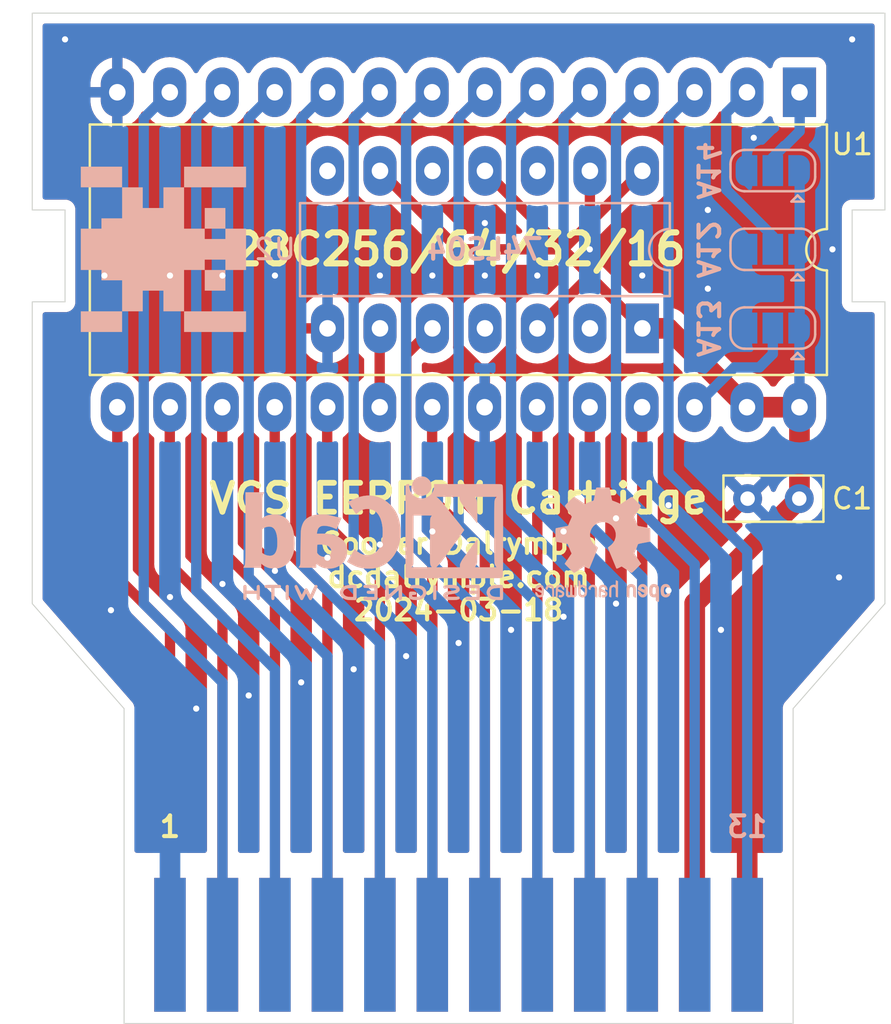
<source format=kicad_pcb>
(kicad_pcb (version 20221018) (generator pcbnew)
  (layers (0 "F.Cu" signal) (31 "B.Cu" signal) (34 "B.Paste" user) (35 "F.Paste" user) (36 "B.SilkS" user "B.Silkscreen") (37 "F.SilkS" user "F.Silkscreen") (38 "B.Mask" user) (39 "F.Mask" user) (44 "Edge.Cuts" user))
  (net 0 "")
  (net 1 "+5V")
  (net 2 "GND")
  (net 3 "/D3")
  (net 4 "/D4")
  (net 5 "/D5")
  (net 6 "/D6")
  (net 7 "/D7")
  (net 8 "/A12")
  (net 9 "/A10")
  (net 10 "/A11")
  (net 11 "/A9")
  (net 12 "/A8")
  (net 13 "/A7")
  (net 14 "/A6")
  (net 15 "/A5")
  (net 16 "/A4")
  (net 17 "/A3")
  (net 18 "/A2")
  (net 19 "/A1")
  (net 20 "/A0")
  (net 21 "/D0")
  (net 22 "/D1")
  (net 23 "/D2")
  (net 24 "Net-(U1-~{CS})")
  (net 30 "/~A12")
  (net 31 "/~A13")
  (net 32 "/~A14")
  (footprint "Package_DIP:DIP-28_W15.24mm_LongPads" (layer "F.Cu") (at 156.2 75.585 -90)
    (fp_text reference "U1" (at 2.52 -2.55 -180) (layer "F.SilkS"))
    (fp_text value "28C256")
    (pad "1" thru_hole rect (at 0 0 270) (size 2.4 1.6) (drill 0.8) (layers "*.Cu" "*.Mask") (net 32 "/~A14"))
    (pad "2" thru_hole oval (at 0 2.54 270) (size 2.4 1.6) (drill 0.8) (layers "*.Cu" "*.Mask") (net 30 "/~A12"))
    (pad "3" thru_hole oval (at 0 5.08 270) (size 2.4 1.6) (drill 0.8) (layers "*.Cu" "*.Mask") (net 13 "/A7"))
    (pad "4" thru_hole oval (at 0 7.62 270) (size 2.4 1.6) (drill 0.8) (layers "*.Cu" "*.Mask") (net 14 "/A6"))
    (pad "5" thru_hole oval (at 0 10.16 270) (size 2.4 1.6) (drill 0.8) (layers "*.Cu" "*.Mask") (net 15 "/A5"))
    (pad "6" thru_hole oval (at 0 12.7 270) (size 2.4 1.6) (drill 0.8) (layers "*.Cu" "*.Mask") (net 16 "/A4"))
    (pad "7" thru_hole oval (at 0 15.24 270) (size 2.4 1.6) (drill 0.8) (layers "*.Cu" "*.Mask") (net 17 "/A3"))
    (pad "8" thru_hole oval (at 0 17.78 270) (size 2.4 1.6) (drill 0.8) (layers "*.Cu" "*.Mask") (net 18 "/A2"))
    (pad "9" thru_hole oval (at 0 20.32 270) (size 2.4 1.6) (drill 0.8) (layers "*.Cu" "*.Mask") (net 19 "/A1"))
    (pad "10" thru_hole oval (at 0 22.86 270) (size 2.4 1.6) (drill 0.8) (layers "*.Cu" "*.Mask") (net 20 "/A0"))
    (pad "11" thru_hole oval (at 0 25.4 270) (size 2.4 1.6) (drill 0.8) (layers "*.Cu" "*.Mask") (net 21 "/D0"))
    (pad "12" thru_hole oval (at 0 27.94 270) (size 2.4 1.6) (drill 0.8) (layers "*.Cu" "*.Mask") (net 22 "/D1"))
    (pad "13" thru_hole oval (at 0 30.48 270) (size 2.4 1.6) (drill 0.8) (layers "*.Cu" "*.Mask") (net 23 "/D2"))
    (pad "14" thru_hole oval (at 0 33.02 270) (size 2.4 1.6) (drill 0.8) (layers "*.Cu" "*.Mask") (net 2 "GND"))
    (pad "15" thru_hole oval (at 15.24 33.02 270) (size 2.4 1.6) (drill 0.8) (layers "*.Cu" "*.Mask") (net 3 "/D3"))
    (pad "16" thru_hole oval (at 15.24 30.48 270) (size 2.4 1.6) (drill 0.8) (layers "*.Cu" "*.Mask") (net 4 "/D4"))
    (pad "17" thru_hole oval (at 15.24 27.94 270) (size 2.4 1.6) (drill 0.8) (layers "*.Cu" "*.Mask") (net 5 "/D5"))
    (pad "18" thru_hole oval (at 15.24 25.4 270) (size 2.4 1.6) (drill 0.8) (layers "*.Cu" "*.Mask") (net 6 "/D6"))
    (pad "19" thru_hole oval (at 15.24 22.86 270) (size 2.4 1.6) (drill 0.8) (layers "*.Cu" "*.Mask") (net 7 "/D7"))
    (pad "20" thru_hole oval (at 15.24 20.32 270) (size 2.4 1.6) (drill 0.8) (layers "*.Cu" "*.Mask") (net 24 "Net-(U1-~{CS})"))
    (pad "21" thru_hole oval (at 15.24 17.78 270) (size 2.4 1.6) (drill 0.8) (layers "*.Cu" "*.Mask") (net 9 "/A10"))
    (pad "22" thru_hole oval (at 15.24 15.24 270) (size 2.4 1.6) (drill 0.8) (layers "*.Cu" "*.Mask") (net 2 "GND"))
    (pad "23" thru_hole oval (at 15.24 12.7 270) (size 2.4 1.6) (drill 0.8) (layers "*.Cu" "*.Mask") (net 10 "/A11"))
    (pad "24" thru_hole oval (at 15.24 10.16 270) (size 2.4 1.6) (drill 0.8) (layers "*.Cu" "*.Mask") (net 11 "/A9"))
    (pad "25" thru_hole oval (at 15.24 7.62 270) (size 2.4 1.6) (drill 0.8) (layers "*.Cu" "*.Mask") (net 12 "/A8"))
    (pad "26" thru_hole oval (at 15.24 5.08 270) (size 2.4 1.6) (drill 0.8) (layers "*.Cu" "*.Mask") (net 31 "/~A13"))
    (pad "27" thru_hole oval (at 15.24 2.54 270) (size 2.4 1.6) (drill 0.8) (layers "*.Cu" "*.Mask") (net 1 "+5V"))
    (pad "28" thru_hole oval (at 15.24 0 270) (size 2.4 1.6) (drill 0.8) (layers "*.Cu" "*.Mask") (net 1 "+5V"))
  )
  (footprint "Capacitor_THT:C_Rect_L4.6mm_W2.0mm_P2.50mm_MKS02_FKP02" (layer "F.Cu") (at 156.19 95.25 180)
    (fp_text reference "C1" (at -2.56 0) (layer "F.SilkS"))
    (fp_text value "0.1u")
    (pad "1" thru_hole circle (at 0 0 180) (size 1.4 1.4) (drill 0.7) (layers "*.Cu" "*.Mask") (net 1 "+5V"))
    (pad "2" thru_hole circle (at 2.5 0 180) (size 1.4 1.4) (drill 0.7) (layers "*.Cu" "*.Mask") (net 2 "GND"))
  )
  (footprint "vcs-cartridge:ATARI_VCS_CARD_EDGE" (layer "F.Cu") (at 139.7 116.84)
    (fp_text reference "J1" hide)
    (fp_text value "ATARI_VCS_CARD_EDGE")
    (pad "1" connect rect (at -13.97 0) (size 1.524 6.477) (layers "F.Cu" "F.Mask") (net 3 "/D3"))
    (pad "2" connect rect (at -11.43 0) (size 1.524 6.477) (layers "F.Cu" "F.Mask") (net 4 "/D4"))
    (pad "3" connect rect (at -8.89 0) (size 1.524 6.477) (layers "F.Cu" "F.Mask") (net 5 "/D5"))
    (pad "4" connect rect (at -6.35 0) (size 1.524 6.477) (layers "F.Cu" "F.Mask") (net 6 "/D6"))
    (pad "5" connect rect (at -3.81 0) (size 1.524 6.477) (layers "F.Cu" "F.Mask") (net 7 "/D7"))
    (pad "6" connect rect (at -1.27 0) (size 1.524 6.477) (layers "F.Cu" "F.Mask") (net 8 "/A12"))
    (pad "7" connect rect (at 1.27 0) (size 1.524 6.477) (layers "F.Cu" "F.Mask") (net 9 "/A10"))
    (pad "8" connect rect (at 3.81 0) (size 1.524 6.477) (layers "F.Cu" "F.Mask") (net 10 "/A11"))
    (pad "9" connect rect (at 6.35 0) (size 1.524 6.477) (layers "F.Cu" "F.Mask") (net 11 "/A9"))
    (pad "10" connect rect (at 8.89 0) (size 1.524 6.477) (layers "F.Cu" "F.Mask") (net 12 "/A8"))
    (pad "11" connect rect (at 11.43 0) (size 1.524 6.477) (layers "F.Cu" "F.Mask") (net 1 "+5V"))
    (pad "12" connect rect (at 13.97 0) (size 1.524 6.477) (layers "F.Cu" "F.Mask") (net 2 "GND"))
    (pad "13" connect rect (at 13.97 0) (size 1.524 6.477) (layers "B.Cu" "B.Mask") (net 13 "/A7"))
    (pad "14" connect rect (at 11.43 0) (size 1.524 6.477) (layers "B.Cu" "B.Mask") (net 14 "/A6"))
    (pad "15" connect rect (at 8.89 0) (size 1.524 6.477) (layers "B.Cu" "B.Mask") (net 15 "/A5"))
    (pad "16" connect rect (at 6.35 0) (size 1.524 6.477) (layers "B.Cu" "B.Mask") (net 16 "/A4"))
    (pad "17" connect rect (at 3.81 0) (size 1.524 6.477) (layers "B.Cu" "B.Mask") (net 17 "/A3"))
    (pad "18" connect rect (at 1.27 0) (size 1.524 6.477) (layers "B.Cu" "B.Mask") (net 18 "/A2"))
    (pad "19" connect rect (at -1.27 0) (size 1.524 6.477) (layers "B.Cu" "B.Mask") (net 19 "/A1"))
    (pad "20" connect rect (at -3.81 0) (size 1.524 6.477) (layers "B.Cu" "B.Mask") (net 20 "/A0"))
    (pad "21" connect rect (at -6.35 0) (size 1.524 6.477) (layers "B.Cu" "B.Mask") (net 21 "/D0"))
    (pad "22" connect rect (at -8.89 0) (size 1.524 6.477) (layers "B.Cu" "B.Mask") (net 22 "/D1"))
    (pad "23" connect rect (at -11.43 0) (size 1.524 6.477) (layers "B.Cu" "B.Mask") (net 23 "/D2"))
    (pad "24" connect rect (at -13.97 0) (size 1.524 6.477) (layers "B.Cu" "B.Mask") (net 2 "GND"))
  )
  (footprint "Symbol:KiCad-Logo2_5mm_SilkScreen" (layer "B.Cu") (at 135.5725 97.155 180)
    (fp_text reference "REF**" hide)
    (fp_text value "KiCad-Logo2_5mm_SilkScreen" hide)
  )
  (footprint "vcs-cartridge:ICON_PLAYER-8mm" (layer "B.Cu") (at 125.4125 83.185)
    (fp_text reference "REF**" hide)
    (fp_text value "ICON_PLAYER-16mm")
  )
  (footprint "Jumper:SolderJumper-3_P1.3mm_Open_RoundedPad1.0x1.5mm" (layer "B.Cu") (at 154.91 83.185 180)
    (fp_text reference "JP1" hide)
    (fp_text value "A12")
    (pad "1" smd custom (at -1.3 0 180) (size 1 0.5) (layers "B.Cu" "B.Mask") (net 1 "+5V") (options (clearance outline) (anchor rect)) (primitives (gr_circle (center 0 -0.25) (end 0.5 -0.25) (width 0) (fill yes)) (gr_circle (center 0 0.25) (end 0.5 0.25) (width 0) (fill yes)) (gr_poly (pts (xy 0.55 -0.75) (xy 0 -0.75) (xy 0 0.75) (xy 0.55 0.75)) (width 0) (fill yes))))
    (pad "2" smd rect (at 0 0 180) (size 1 1.5) (layers "B.Cu" "B.Mask") (net 30 "/~A12"))
    (pad "3" smd custom (at 1.3 0 180) (size 1 0.5) (layers "B.Cu" "B.Mask") (net 2 "GND") (options (clearance outline) (anchor rect)) (primitives (gr_circle (center 0 -0.25) (end 0.5 -0.25) (width 0) (fill yes)) (gr_circle (center 0 0.25) (end 0.5 0.25) (width 0) (fill yes)) (gr_poly (pts (xy 0 -0.75) (xy -0.55 -0.75) (xy -0.55 0.75) (xy 0 0.75)) (width 0) (fill yes))))
  )
  (footprint "Jumper:SolderJumper-3_P1.3mm_Open_RoundedPad1.0x1.5mm" (layer "B.Cu") (at 154.91 86.995 180)
    (fp_text reference "JP2" hide)
    (fp_text value "A13")
    (pad "1" smd custom (at -1.3 0 180) (size 1 0.5) (layers "B.Cu" "B.Mask") (net 1 "+5V") (options (clearance outline) (anchor rect)) (primitives (gr_circle (center 0 -0.25) (end 0.5 -0.25) (width 0) (fill yes)) (gr_circle (center 0 0.25) (end 0.5 0.25) (width 0) (fill yes)) (gr_poly (pts (xy 0.55 -0.75) (xy 0 -0.75) (xy 0 0.75) (xy 0.55 0.75)) (width 0) (fill yes))))
    (pad "2" smd rect (at 0 0 180) (size 1 1.5) (layers "B.Cu" "B.Mask") (net 31 "/~A13"))
    (pad "3" smd custom (at 1.3 0 180) (size 1 0.5) (layers "B.Cu" "B.Mask") (net 2 "GND") (options (clearance outline) (anchor rect)) (primitives (gr_circle (center 0 -0.25) (end 0.5 -0.25) (width 0) (fill yes)) (gr_circle (center 0 0.25) (end 0.5 0.25) (width 0) (fill yes)) (gr_poly (pts (xy 0 -0.75) (xy -0.55 -0.75) (xy -0.55 0.75) (xy 0 0.75)) (width 0) (fill yes))))
  )
  (footprint "Symbol:OSHW-Logo2_7.3x6mm_SilkScreen" (layer "B.Cu") (at 146.685 97.4725 180)
    (fp_text reference "REF**" hide)
    (fp_text value "OSHW-Logo2_7.3x6mm_SilkScreen" hide)
  )
  (footprint "Jumper:SolderJumper-3_P1.3mm_Open_RoundedPad1.0x1.5mm" (layer "B.Cu") (at 154.91 79.375 180)
    (fp_text reference "JP3" hide)
    (fp_text value "A14")
    (pad "1" smd custom (at -1.3 0 180) (size 1 0.5) (layers "B.Cu" "B.Mask") (net 1 "+5V") (options (clearance outline) (anchor rect)) (primitives (gr_circle (center 0 -0.25) (end 0.5 -0.25) (width 0) (fill yes)) (gr_circle (center 0 0.25) (end 0.5 0.25) (width 0) (fill yes)) (gr_poly (pts (xy 0.55 -0.75) (xy 0 -0.75) (xy 0 0.75) (xy 0.55 0.75)) (width 0) (fill yes))))
    (pad "2" smd rect (at 0 0 180) (size 1 1.5) (layers "B.Cu" "B.Mask") (net 32 "/~A14"))
    (pad "3" smd custom (at 1.3 0 180) (size 1 0.5) (layers "B.Cu" "B.Mask") (net 2 "GND") (options (clearance outline) (anchor rect)) (primitives (gr_circle (center 0 -0.25) (end 0.5 -0.25) (width 0) (fill yes)) (gr_circle (center 0 0.25) (end 0.5 0.25) (width 0) (fill yes)) (gr_poly (pts (xy 0 -0.75) (xy -0.55 -0.75) (xy -0.55 0.75) (xy 0 0.75)) (width 0) (fill yes))))
  )
  (footprint "Package_DIP:DIP-14_W7.62mm_LongPads" (layer "B.Cu") (at 148.595 87.01 90)
    (fp_text reference "U2" (at 3.825 -17.785 180) (layer "B.SilkS") (effects (justify mirror)))
    (fp_text value "74LS04")
    (pad "1" thru_hole rect (at 0 0 90) (size 2.4 1.6) (drill 0.8) (layers "*.Cu" "*.Mask") (net 1 "+5V"))
    (pad "2" thru_hole oval (at 0 -2.54 90) (size 2.4 1.6) (drill 0.8) (layers "*.Cu" "*.Mask"))
    (pad "3" thru_hole oval (at 0 -5.08 90) (size 2.4 1.6) (drill 0.8) (layers "*.Cu" "*.Mask") (net 1 "+5V"))
    (pad "4" thru_hole oval (at 0 -7.62 90) (size 2.4 1.6) (drill 0.8) (layers "*.Cu" "*.Mask"))
    (pad "5" thru_hole oval (at 0 -10.16 90) (size 2.4 1.6) (drill 0.8) (layers "*.Cu" "*.Mask") (net 8 "/A12"))
    (pad "6" thru_hole oval (at 0 -12.7 90) (size 2.4 1.6) (drill 0.8) (layers "*.Cu" "*.Mask") (net 24 "Net-(U1-~{CS})"))
    (pad "7" thru_hole oval (at 0 -15.24 90) (size 2.4 1.6) (drill 0.8) (layers "*.Cu" "*.Mask") (net 2 "GND"))
    (pad "8" thru_hole oval (at 7.62 -15.24 90) (size 2.4 1.6) (drill 0.8) (layers "*.Cu" "*.Mask"))
    (pad "9" thru_hole oval (at 7.62 -12.7 90) (size 2.4 1.6) (drill 0.8) (layers "*.Cu" "*.Mask") (net 1 "+5V"))
    (pad "10" thru_hole oval (at 7.62 -10.16 90) (size 2.4 1.6) (drill 0.8) (layers "*.Cu" "*.Mask"))
    (pad "11" thru_hole oval (at 7.62 -7.62 90) (size 2.4 1.6) (drill 0.8) (layers "*.Cu" "*.Mask") (net 1 "+5V"))
    (pad "12" thru_hole oval (at 7.62 -5.08 90) (size 2.4 1.6) (drill 0.8) (layers "*.Cu" "*.Mask"))
    (pad "13" thru_hole oval (at 7.62 -2.54 90) (size 2.4 1.6) (drill 0.8) (layers "*.Cu" "*.Mask") (net 1 "+5V"))
    (pad "14" thru_hole oval (at 7.62 0 90) (size 2.4 1.6) (drill 0.8) (layers "*.Cu" "*.Mask") (net 1 "+5V"))
  )
  (gr_line (start 120.65 81.28) (end 120.65 85.725) (stroke (width 0.05)) (layer "Edge.Cuts"))
  (gr_line (start 158.75 81.28) (end 160.3375 81.2805) (stroke (width 0.05)) (layer "Edge.Cuts"))
  (gr_line (start 119.0625 81.2805) (end 119.0625 71.755) (stroke (width 0.05)) (layer "Edge.Cuts"))
  (gr_line (start 160.3375 100.33) (end 160.3375 85.725) (stroke (width 0.05)) (layer "Edge.Cuts"))
  (gr_line (start 123.5075 120.65) (end 155.8925 120.65) (stroke (width 0.05)) (layer "Edge.Cuts"))
  (gr_line (start 119.0625 81.2805) (end 120.65 81.28) (stroke (width 0.05)) (layer "Edge.Cuts"))
  (gr_line (start 123.5075 105.41) (end 123.5075 120.65) (stroke (width 0.05)) (layer "Edge.Cuts"))
  (gr_line (start 160.3375 85.725) (end 158.75 85.725) (stroke (width 0.05)) (layer "Edge.Cuts"))
  (gr_line (start 119.0625 100.33) (end 123.5075 105.41) (stroke (width 0.05)) (layer "Edge.Cuts"))
  (gr_line (start 155.8925 105.41) (end 160.3375 100.33) (stroke (width 0.05)) (layer "Edge.Cuts"))
  (gr_line (start 119.0625 85.725) (end 119.0625 100.33) (stroke (width 0.05)) (layer "Edge.Cuts"))
  (gr_line (start 120.65 85.725) (end 119.0625 85.725) (stroke (width 0.05)) (layer "Edge.Cuts"))
  (gr_line (start 158.75 85.725) (end 158.75 81.28) (stroke (width 0.05)) (layer "Edge.Cuts"))
  (gr_line (start 155.8925 120.65) (end 155.8925 105.41) (stroke (width 0.05)) (layer "Edge.Cuts"))
  (gr_line (start 160.3375 81.2805) (end 160.3375 71.755) (stroke (width 0.05)) (layer "Edge.Cuts"))
  (gr_line (start 119.0625 71.755) (end 160.3375 71.755) (stroke (width 0.05)) (layer "Edge.Cuts"))
  (gr_text "74LS04" (at 140.97 83.185) (layer "B.SilkS") (effects (font (size 1 1) (thickness 0.2) bold) (justify mirror)))
  (gr_text "A13" (at 151.765 86.995 270) (layer "B.SilkS") (effects (font (size 1 1) (thickness 0.2) bold) (justify mirror)))
  (gr_text "A14" (at 151.765 79.375 270) (layer "B.SilkS") (effects (font (size 1 1) (thickness 0.2) bold) (justify mirror)))
  (gr_text "13" (at 153.67 111.125) (layer "B.SilkS") (effects (font (size 1 1) (thickness 0.2) bold) (justify mirror)))
  (gr_text "A12" (at 151.765 83.185 -90) (layer "B.SilkS") (effects (font (size 1 1) (thickness 0.2) bold) (justify mirror)))
  (gr_text "Cooper Dalrymple\ndcdalrymple.com\n2024-03-18" (at 139.7 96.8375) (layer "F.SilkS") (effects (font (size 1 1) (thickness 0.2) bold) (justify top)))
  (gr_text "28C256/64/32/16" (at 139.7 83.185) (layer "F.SilkS") (effects (font (size 1.5 1.5) (thickness 0.3) bold)))
  (gr_text "VCS EEPROM Cartridge" (at 139.7 95.25) (layer "F.SilkS") (effects (font (size 1.4 1.4) (thickness 0.28) bold)))
  (gr_text "1" (at 125.73 111.125) (layer "F.SilkS") (effects (font (size 1 1) (thickness 0.2) bold)))
  (segment (start 156.2 90.825) (end 156.2 95.24) (width 1) (layer "F.Cu") (net 1))
  (segment (start 151.13 116.84) (end 151.13 100.31) (width 1) (layer "F.Cu") (net 1))
  (segment (start 143.515 87.01) (end 143.515 86.99) (width 0.5) (layer "F.Cu") (net 1))
  (segment (start 143.515 86.99) (end 146.045 84.46) (width 0.5) (layer "F.Cu") (net 1))
  (segment (start 140.975 79.39) (end 140.985 79.39) (width 0.5) (layer "F.Cu") (net 1))
  (segment (start 146.045 84.46) (end 144.77 83.185) (width 0.5) (layer "F.Cu") (net 1))
  (segment (start 139.69 83.185) (end 144.77 83.185) (width 0.5) (layer "F.Cu") (net 1))
  (segment (start 156.2 90.825) (end 153.66 90.825) (width 1) (layer "F.Cu") (net 1))
  (segment (start 151.13 100.31) (end 156.19 95.25) (width 1) (layer "F.Cu") (net 1))
  (segment (start 149.845 87.01) (end 153.66 90.825) (width 1) (layer "F.Cu") (net 1))
  (segment (start 140.975 79.39) (end 144.77 83.185) (width 0.5) (layer "F.Cu") (net 1))
  (segment (start 144.77 83.185) (end 146.045 81.91) (width 0.5) (layer "F.Cu") (net 1))
  (segment (start 156.2 95.24) (end 156.19 95.25) (width 1) (layer "F.Cu") (net 1))
  (segment (start 135.895 79.39) (end 139.69 83.185) (width 0.5) (layer "F.Cu") (net 1))
  (segment (start 146.055 79.39) (end 146.07 79.39) (width 0.5) (layer "F.Cu") (net 1))
  (segment (start 148.595 87.01) (end 146.045 84.46) (width 0.5) (layer "F.Cu") (net 1))
  (segment (start 146.045 81.91) (end 146.055 81.9) (width 0.5) (layer "F.Cu") (net 1))
  (segment (start 135.895 79.39) (end 135.905 79.39) (width 0.5) (layer "F.Cu") (net 1))
  (segment (start 148.565 79.39) (end 148.595 79.39) (width 0.5) (layer "F.Cu") (net 1))
  (segment (start 148.595 87.01) (end 149.845 87.01) (width 1) (layer "F.Cu") (net 1))
  (segment (start 146.055 81.9) (end 146.055 79.39) (width 0.5) (layer "F.Cu") (net 1))
  (segment (start 146.045 81.91) (end 148.565 79.39) (width 0.5) (layer "F.Cu") (net 1))
  (segment (start 156.2 90.825) (end 156.2 87.005) (width 0.5) (layer "B.Cu") (net 1))
  (segment (start 156.21 86.995) (end 156.21 83.185) (width 0.5) (layer "B.Cu") (net 1))
  (segment (start 156.2 87.005) (end 156.21 86.995) (width 0.5) (layer "B.Cu") (net 1))
  (segment (start 156.21 83.185) (end 156.21 79.375) (width 0.5) (layer "B.Cu") (net 1))
  (segment (start 139.685 85.105) (end 139.7 85.09) (width 0.5) (layer "F.Cu") (net 2))
  (segment (start 140.96 90.825) (end 140.96 89.2275) (width 0.5) (layer "F.Cu") (net 2))
  (segment (start 140.97 89.2175) (end 139.685 87.9325) (width 0.5) (layer "F.Cu") (net 2))
  (segment (start 139.685 87.9325) (end 139.685 85.105) (width 0.5) (layer "F.Cu") (net 2))
  (segment (start 140.96 90.825) (end 140.97 90.815) (width 0.5) (layer "F.Cu") (net 2))
  (segment (start 140.97 90.815) (end 140.97 89.2175) (width 0.5) (layer "F.Cu") (net 2))
  (segment (start 140.96 89.2275) (end 142.24 87.9475) (width 0.5) (layer "F.Cu") (net 2))
  (segment (start 142.24 87.9475) (end 142.24 85.09) (width 0.5) (layer "F.Cu") (net 2))
  (segment (start 153.67 116.84) (end 153.67 110.49) (width 1) (layer "F.Cu") (net 2))
  (via (at 138.43 84.455) (size 0.6) (drill 0.3) (layers "F.Cu" "B.Cu") (net 2))
  (via (at 147.32 96.2025) (size 0.6) (drill 0.3) (layers "F.Cu" "B.Cu") (net 2))
  (via (at 151.765 85.09) (size 0.6) (drill 0.3) (layers "F.Cu" "B.Cu") (net 2))
  (via (at 138.43 96.8375) (size 0.6) (drill 0.3) (layers "F.Cu" "B.Cu") (net 2))
  (via (at 144.78 100.965) (size 0.6) (drill 0.3) (layers "F.Cu" "B.Cu") (net 2))
  (via (at 158.115 99.06) (size 0.6) (drill 0.3) (layers "F.Cu" "B.Cu") (net 2))
  (via (at 153.9875 77.7875) (size 0.6) (drill 0.3) (layers "F.Cu" "B.Cu") (net 2))
  (via (at 149.86 99.695) (size 0.6) (drill 0.3) (layers "F.Cu" "B.Cu") (net 2))
  (via (at 129.54 104.775) (size 0.6) (drill 0.3) (layers "F.Cu" "B.Cu") (net 2))
  (via (at 130.81 98.7425) (size 0.6) (drill 0.3) (layers "F.Cu" "B.Cu") (net 2))
  (via (at 130.81 84.455) (size 0.6) (drill 0.3) (layers "F.Cu" "B.Cu") (net 2))
  (via (at 140.97 81.915) (size 0.6) (drill 0.3) (layers "F.Cu" "B.Cu") (net 2))
  (via (at 149.86 95.5675) (size 0.6) (drill 0.3) (layers "F.Cu" "B.Cu") (net 2))
  (via (at 128.27 84.455) (size 0.6) (drill 0.3) (layers "F.Cu" "B.Cu") (net 2))
  (via (at 151.765 81.28) (size 0.6) (drill 0.3) (layers "F.Cu" "B.Cu") (net 2))
  (via (at 157.7975 83.185) (size 0.6) (drill 0.3) (layers "F.Cu" "B.Cu") (net 2))
  (via (at 127 105.41) (size 0.6) (drill 0.3) (layers "F.Cu" "B.Cu") (net 2))
  (via (at 139.7 102.235) (size 0.6) (drill 0.3) (layers "F.Cu" "B.Cu") (net 2))
  (via (at 134.62 103.505) (size 0.6) (drill 0.3) (layers "F.Cu" "B.Cu") (net 2))
  (via (at 133.35 98.1075) (size 0.6) (drill 0.3) (layers "F.Cu" "B.Cu") (net 2))
  (via (at 125.73 100.0125) (size 0.6) (drill 0.3) (layers "F.Cu" "B.Cu") (net 2))
  (via (at 146.05 83.185) (size 0.6) (drill 0.3) (layers "F.Cu" "B.Cu") (net 2))
  (via (at 143.51 84.455) (size 0.6) (drill 0.3) (layers "F.Cu" "B.Cu") (net 2))
  (via (at 135.89 97.4725) (size 0.6) (drill 0.3) (layers "F.Cu" "B.Cu") (net 2))
  (via (at 158.75 73.025) (size 0.6) (drill 0.3) (layers "F.Cu" "B.Cu") (net 2))
  (via (at 132.08 104.14) (size 0.6) (drill 0.3) (layers "F.Cu" "B.Cu") (net 2))
  (via (at 128.27 99.3775) (size 0.6) (drill 0.3) (layers "F.Cu" "B.Cu") (net 2))
  (via (at 152.4 101.6) (size 0.6) (drill 0.3) (layers "F.Cu" "B.Cu") (net 2))
  (via (at 122.8725 100.6475) (size 0.6) (drill 0.3) (layers "F.Cu" "B.Cu") (net 2))
  (via (at 147.32 100.33) (size 0.6) (drill 0.3) (layers "F.Cu" "B.Cu") (net 2))
  (via (at 137.16 102.87) (size 0.6) (drill 0.3) (layers "F.Cu" "B.Cu") (net 2))
  (via (at 142.24 101.6) (size 0.6) (drill 0.3) (layers "F.Cu" "B.Cu") (net 2))
  (via (at 148.59 84.455) (size 0.6) (drill 0.3) (layers "F.Cu" "B.Cu") (net 2))
  (via (at 125.73 84.455) (size 0.6) (drill 0.3) (layers "F.Cu" "B.Cu") (net 2))
  (via (at 122.555 84.455) (size 0.6) (drill 0.3) (layers "F.Cu" "B.Cu") (net 2))
  (via (at 144.78 96.8375) (size 0.6) (drill 0.3) (layers "F.Cu" "B.Cu") (net 2))
  (via (at 140.97 84.455) (size 0.6) (drill 0.3) (layers "F.Cu" "B.Cu") (net 2))
  (via (at 135.89 84.455) (size 0.6) (drill 0.3) (layers "F.Cu" "B.Cu") (net 2))
  (via (at 120.65 73.025) (size 0.6) (drill 0.3) (layers "F.Cu" "B.Cu") (net 2))
  (segment (start 125.73 116.84) (end 125.73 111.125) (width 1) (layer "B.Cu") (net 2))
  (segment (start 125.73 101.6) (end 123.18 99.05) (width 0.5) (layer "F.Cu") (net 3))
  (segment (start 123.18 99.05) (end 123.18 90.825) (width 0.5) (layer "F.Cu") (net 3))
  (segment (start 125.73 116.84) (end 125.73 101.6) (width 0.5) (layer "F.Cu") (net 3))
  (segment (start 125.72 98.415) (end 125.72 90.825) (width 0.5) (layer "F.Cu") (net 4))
  (segment (start 128.27 100.965) (end 125.72 98.415) (width 0.5) (layer "F.Cu") (net 4))
  (segment (start 128.27 116.84) (end 128.27 100.965) (width 0.5) (layer "F.Cu") (net 4))
  (segment (start 130.81 116.84) (end 130.81 100.33) (width 0.5) (layer "F.Cu") (net 5))
  (segment (start 130.81 100.33) (end 128.26 97.78) (width 0.5) (layer "F.Cu") (net 5))
  (segment (start 128.26 97.78) (end 128.26 90.825) (width 0.5) (layer "F.Cu") (net 5))
  (segment (start 133.35 99.695) (end 130.8 97.145) (width 0.5) (layer "F.Cu") (net 6))
  (segment (start 133.35 116.84) (end 133.35 99.695) (width 0.5) (layer "F.Cu") (net 6))
  (segment (start 130.8 97.145) (end 130.8 90.825) (width 0.5) (layer "F.Cu") (net 6))
  (segment (start 135.89 116.84) (end 135.89 99.06) (width 0.5) (layer "F.Cu") (net 7))
  (segment (start 133.34 96.51) (end 133.34 90.825) (width 0.5) (layer "F.Cu") (net 7))
  (segment (start 135.89 99.06) (end 133.34 96.51) (width 0.5) (layer "F.Cu") (net 7))
  (segment (start 137.17 88.275) (end 138.435 87.01) (width 0.5) (layer "F.Cu") (net 8))
  (segment (start 138.43 98.425) (end 137.17 97.165) (width 0.5) (layer "F.Cu") (net 8))
  (segment (start 137.17 97.165) (end 137.17 88.275) (width 0.5) (layer "F.Cu") (net 8))
  (segment (start 138.43 116.84) (end 138.43 98.425) (width 0.5) (layer "F.Cu") (net 8))
  (segment (start 138.42 95.24) (end 138.42 90.825) (width 0.5) (layer "F.Cu") (net 9))
  (segment (start 140.97 97.79) (end 138.42 95.24) (width 0.5) (layer "F.Cu") (net 9))
  (segment (start 140.97 116.84) (end 140.97 97.79) (width 0.5) (layer "F.Cu") (net 9))
  (segment (start 143.51 90.835) (end 143.5 90.825) (width 0.5) (layer "F.Cu") (net 10))
  (segment (start 143.51 116.84) (end 143.51 90.835) (width 0.5) (layer "F.Cu") (net 10))
  (segment (start 146.05 116.84) (end 146.05 90.835) (width 0.5) (layer "F.Cu") (net 11))
  (segment (start 146.05 90.835) (end 146.04 90.825) (width 0.5) (layer "F.Cu") (net 11))
  (segment (start 148.59 90.835) (end 148.58 90.825) (width 0.5) (layer "F.Cu") (net 12))
  (segment (start 148.59 116.84) (end 148.59 90.835) (width 0.5) (layer "F.Cu") (net 12))
  (segment (start 153.67 116.84) (end 153.67 97.79) (width 0.5) (layer "B.Cu") (net 13))
  (segment (start 149.86 76.845) (end 151.12 75.585) (width 0.5) (layer "B.Cu") (net 13))
  (segment (start 149.86 93.98) (end 149.86 76.845) (width 0.5) (layer "B.Cu") (net 13))
  (segment (start 153.67 97.79) (end 149.86 93.98) (width 0.5) (layer "B.Cu") (net 13))
  (segment (start 151.13 98.425) (end 147.32 94.615) (width 0.5) (layer "B.Cu") (net 14))
  (segment (start 147.32 76.845) (end 148.58 75.585) (width 0.5) (layer "B.Cu") (net 14))
  (segment (start 147.32 94.615) (end 147.32 76.845) (width 0.5) (layer "B.Cu") (net 14))
  (segment (start 151.13 116.84) (end 151.13 98.425) (width 0.5) (layer "B.Cu") (net 14))
  (segment (start 144.78 95.25) (end 144.78 76.845) (width 0.5) (layer "B.Cu") (net 15))
  (segment (start 148.59 99.06) (end 144.78 95.25) (width 0.5) (layer "B.Cu") (net 15))
  (segment (start 148.59 116.84) (end 148.59 99.06) (width 0.5) (layer "B.Cu") (net 15))
  (segment (start 144.78 76.845) (end 146.04 75.585) (width 0.5) (layer "B.Cu") (net 15))
  (segment (start 146.05 116.84) (end 146.05 99.695) (width 0.5) (layer "B.Cu") (net 16))
  (segment (start 142.24 76.845) (end 143.5 75.585) (width 0.5) (layer "B.Cu") (net 16))
  (segment (start 146.05 99.695) (end 142.24 95.885) (width 0.5) (layer "B.Cu") (net 16))
  (segment (start 142.24 95.885) (end 142.24 76.845) (width 0.5) (layer "B.Cu") (net 16))
  (segment (start 139.7 96.52) (end 139.7 76.845) (width 0.5) (layer "B.Cu") (net 17))
  (segment (start 143.51 100.33) (end 139.7 96.52) (width 0.5) (layer "B.Cu") (net 17))
  (segment (start 143.51 116.84) (end 143.51 100.33) (width 0.5) (layer "B.Cu") (net 17))
  (segment (start 139.7 76.845) (end 140.96 75.585) (width 0.5) (layer "B.Cu") (net 17))
  (segment (start 137.16 97.155) (end 137.16 76.845) (width 0.5) (layer "B.Cu") (net 18))
  (segment (start 140.97 100.965) (end 137.16 97.155) (width 0.5) (layer "B.Cu") (net 18))
  (segment (start 137.16 76.845) (end 138.42 75.585) (width 0.5) (layer "B.Cu") (net 18))
  (segment (start 140.97 116.84) (end 140.97 100.965) (width 0.5) (layer "B.Cu") (net 18))
  (segment (start 138.43 101.6) (end 134.62 97.79) (width 0.5) (layer "B.Cu") (net 19))
  (segment (start 134.62 97.79) (end 134.62 76.845) (width 0.5) (layer "B.Cu") (net 19))
  (segment (start 138.43 116.84) (end 138.43 101.6) (width 0.5) (layer "B.Cu") (net 19))
  (segment (start 134.62 76.845) (end 135.88 75.585) (width 0.5) (layer "B.Cu") (net 19))
  (segment (start 135.89 102.235) (end 132.08 98.425) (width 0.5) (layer "B.Cu") (net 20))
  (segment (start 132.08 98.425) (end 132.08 76.845) (width 0.5) (layer "B.Cu") (net 20))
  (segment (start 135.89 116.84) (end 135.89 102.235) (width 0.5) (layer "B.Cu") (net 20))
  (segment (start 132.08 76.845) (end 133.34 75.585) (width 0.5) (layer "B.Cu") (net 20))
  (segment (start 133.35 102.87) (end 129.54 99.06) (width 0.5) (layer "B.Cu") (net 21))
  (segment (start 133.35 116.84) (end 133.35 102.87) (width 0.5) (layer "B.Cu") (net 21))
  (segment (start 129.54 99.06) (end 129.54 76.845) (width 0.5) (layer "B.Cu") (net 21))
  (segment (start 129.54 76.845) (end 130.8 75.585) (width 0.5) (layer "B.Cu") (net 21))
  (segment (start 127 76.845) (end 128.26 75.585) (width 0.5) (layer "B.Cu") (net 22))
  (segment (start 130.81 103.505) (end 127 99.695) (width 0.5) (layer "B.Cu") (net 22))
  (segment (start 127 99.695) (end 127 76.845) (width 0.5) (layer "B.Cu") (net 22))
  (segment (start 130.81 116.84) (end 130.81 103.505) (width 0.5) (layer "B.Cu") (net 22))
  (segment (start 124.46 100.33) (end 124.46 76.845) (width 0.5) (layer "B.Cu") (net 23))
  (segment (start 128.27 104.14) (end 124.46 100.33) (width 0.5) (layer "B.Cu") (net 23))
  (segment (start 128.27 116.84) (end 128.27 104.14) (width 0.5) (layer "B.Cu") (net 23))
  (segment (start 124.46 76.845) (end 125.72 75.585) (width 0.5) (layer "B.Cu") (net 23))
  (segment (start 135.88 87.025) (end 135.895 87.01) (width 0.5) (layer "F.Cu") (net 24))
  (segment (start 135.88 90.825) (end 135.88 87.025) (width 0.5) (layer "F.Cu") (net 24))
  (segment (start 152.654858 80.293462) (end 154.91 82.548604) (width 0.5) (layer "B.Cu") (net 30))
  (segment (start 153.66 75.585) (end 152.654858 76.590142) (width 0.5) (layer "B.Cu") (net 30))
  (segment (start 154.91 82.548604) (end 154.91 83.185) (width 0.5) (layer "B.Cu") (net 30))
  (segment (start 152.654858 76.590142) (end 152.654858 80.293462) (width 0.5) (layer "B.Cu") (net 30))
  (segment (start 154.255 88.9) (end 153.045 88.9) (width 0.5) (layer "B.Cu") (net 31))
  (segment (start 153.045 88.9) (end 151.12 90.825) (width 0.5) (layer "B.Cu") (net 31))
  (segment (start 154.91 86.995) (end 154.91 88.245) (width 0.5) (layer "B.Cu") (net 31))
  (segment (start 154.91 88.245) (end 154.255 88.9) (width 0.5) (layer "B.Cu") (net 31))
  (segment (start 155.505 78.175) (end 155.473604 78.175) (width 0.5) (layer "B.Cu") (net 32))
  (segment (start 156.2 75.585) (end 156.21 75.595) (width 0.5) (layer "B.Cu") (net 32))
  (segment (start 155.473604 78.175) (end 154.91 78.738604) (width 0.5) (layer "B.Cu") (net 32))
  (segment (start 156.21 77.47) (end 155.505 78.175) (width 0.5) (layer "B.Cu") (net 32))
  (segment (start 156.21 75.595) (end 156.21 77.47) (width 0.5) (layer "B.Cu") (net 32))
  (segment (start 154.91 78.738604) (end 154.91 79.375) (width 0.5) (layer "B.Cu") (net 32))
  (zone (net 2) (net_name "GND") (layers "F&B.Cu") (connect_pads (clearance 0.5)) (min_thickness 0.25) (fill yes (thermal_gap 0.5) (thermal_bridge_width 0.5))
    (polygon (pts (xy 118.745 71.12) (xy 160.655 71.12) (xy 160.655 112.395) (xy 118.745 112.395)))
  )
)
</source>
